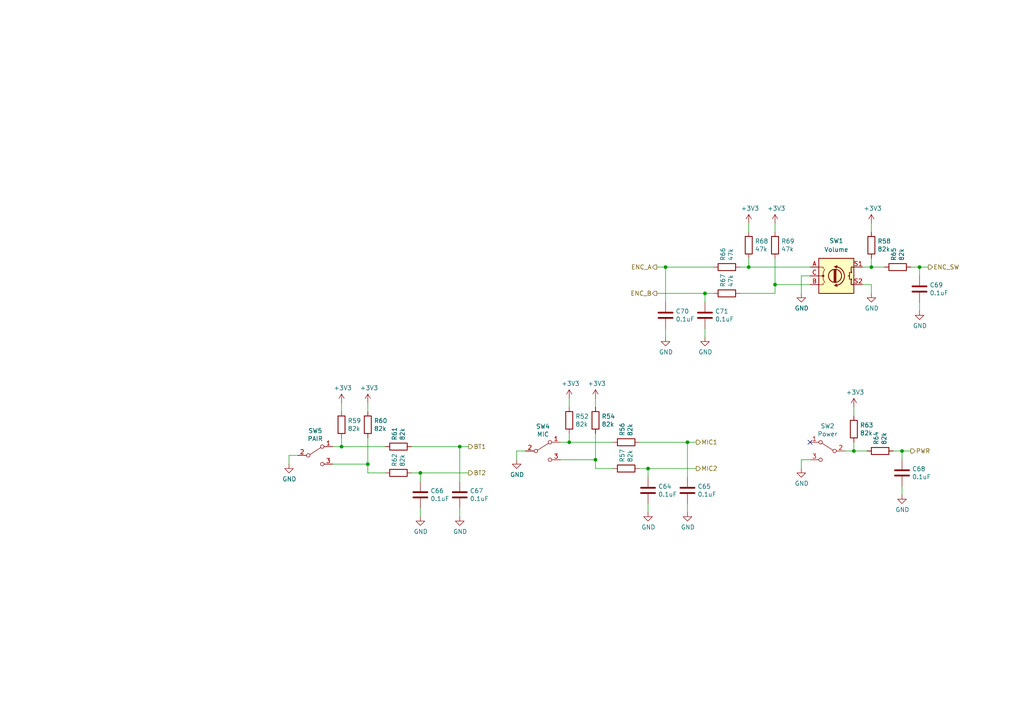
<source format=kicad_sch>
(kicad_sch (version 20210621) (generator eeschema)
  (paper "A4")
  (lib_symbols
    (symbol "Device:C" (pin_numbers hide) (pin_names (offset 0.254))
      (property "Reference" "C" (at 0.635 2.54 0))
      (property "Value" "C" (at 0.635 -2.54 0))
      (symbol "C_0_1"
        (polyline (pts (xy -2.032 -0.762) (xy 2.032 -0.762)) (stroke (width 0.508)))
        (polyline (pts (xy -2.032 0.762) (xy 2.032 0.762)) (stroke (width 0.508)))
      )
      (symbol "C_1_1"
        (pin passive line (at 0 3.81 270) (length 2.794) (name "~") (number "1"))
        (pin passive line (at 0 -3.81 90) (length 2.794) (name "~") (number "2"))
      )
    )
    (symbol "Device:R" (pin_numbers hide) (pin_names (offset 0))
      (property "Reference" "R" (at 2.032 0 90))
      (property "Value" "R" (at 0 0 90))
      (symbol "R_0_1"
        (rectangle (start -1.016 -2.54) (end 1.016 2.54) (stroke (width 0.254)))
      )
      (symbol "R_1_1"
        (pin passive line (at 0 3.81 270) (length 1.27) (name "~") (number "1"))
        (pin passive line (at 0 -3.81 90) (length 1.27) (name "~") (number "2"))
      )
    )
    (symbol "Device:RotaryEncoder_Switch" (pin_names (offset 0.254) hide)
      (property "Reference" "SW" (at 0 6.604 0))
      (property "Value" "RotaryEncoder_Switch" (at 0 -6.604 0))
      (symbol "RotaryEncoder_Switch_0_1"
        (rectangle (start -5.08 5.08) (end 5.08 -5.08) (stroke (width 0.254)) (fill (type background)))
        (circle (center -3.81 0) (radius 0.254) (fill (type outline)))
        (arc (start -0.381 -2.794) (mid 2.3622 -0.0635) (end -0.381 2.667) (stroke (width 0.254)))
        (circle (center -0.381 0) (radius 1.905) (stroke (width 0.254)) (stroke (width 0.254)))
        (polyline (pts (xy -0.635 -1.778) (xy -0.635 1.778)) (stroke (width 0.254)))
        (polyline (pts (xy -0.381 -1.778) (xy -0.381 1.778)) (stroke (width 0.254)))
        (polyline (pts (xy -0.127 1.778) (xy -0.127 -1.778)) (stroke (width 0.254)))
        (polyline (pts (xy 3.81 0) (xy 3.429 0)) (stroke (width 0.254)))
        (polyline (pts (xy 3.81 1.016) (xy 3.81 -1.016)) (stroke (width 0.254)))
        (polyline (pts (xy -5.08 -2.54) (xy -3.81 -2.54) (xy -3.81 -2.032)))
        (polyline (pts (xy -5.08 2.54) (xy -3.81 2.54) (xy -3.81 2.032)))
        (polyline (pts (xy 0.254 -3.048) (xy -0.508 -2.794) (xy 0.127 -2.413)) (stroke (width 0.254)))
        (polyline (pts (xy 0.254 2.921) (xy -0.508 2.667) (xy 0.127 2.286)) (stroke (width 0.254)))
        (polyline (pts (xy 5.08 -2.54) (xy 4.318 -2.54) (xy 4.318 -1.016)) (stroke (width 0.254)))
        (polyline (pts (xy 5.08 2.54) (xy 4.318 2.54) (xy 4.318 1.016)) (stroke (width 0.254)))
        (polyline (pts (xy -5.08 0) (xy -3.81 0) (xy -3.81 -1.016) (xy -3.302 -2.032)))
        (polyline (pts (xy -4.318 0) (xy -3.81 0) (xy -3.81 1.016) (xy -3.302 2.032)))
        (circle (center 4.318 -1.016) (radius 0.127) (stroke (width 0.254)) (stroke (width 0.254)))
        (circle (center 4.318 1.016) (radius 0.127) (stroke (width 0.254)) (stroke (width 0.254)))
      )
      (symbol "RotaryEncoder_Switch_1_1"
        (pin passive line (at -7.62 2.54 0) (length 2.54) (name "A") (number "A"))
        (pin passive line (at -7.62 -2.54 0) (length 2.54) (name "B") (number "B"))
        (pin passive line (at -7.62 0 0) (length 2.54) (name "C") (number "C"))
        (pin passive line (at 7.62 2.54 180) (length 2.54) (name "S1") (number "S1"))
        (pin passive line (at 7.62 -2.54 180) (length 2.54) (name "S2") (number "S2"))
      )
    )
    (symbol "Switch:SW_SPDT" (pin_names (offset 0) hide)
      (property "Reference" "SW" (at 0 4.318 0))
      (property "Value" "SW_SPDT" (at 0 -5.08 0))
      (symbol "SW_SPDT_0_0"
        (circle (center -2.032 0) (radius 0.508))
        (circle (center 2.032 -2.54) (radius 0.508))
      )
      (symbol "SW_SPDT_0_1"
        (polyline (pts (xy -1.524 0.254) (xy 1.651 2.286)))
        (circle (center 2.032 2.54) (radius 0.508))
      )
      (symbol "SW_SPDT_1_1"
        (pin passive line (at 5.08 2.54 180) (length 2.54) (name "A") (number "1"))
        (pin passive line (at -5.08 0 0) (length 2.54) (name "B") (number "2"))
        (pin passive line (at 5.08 -2.54 180) (length 2.54) (name "C") (number "3"))
      )
    )
    (symbol "power:+3V3" (power) (pin_names (offset 0))
      (property "Value" "+3V3" (at 0 3.556 0))
      (symbol "+3V3_0_1"
        (polyline (pts (xy -0.762 1.27) (xy 0 2.54)))
        (polyline (pts (xy 0 0) (xy 0 2.54)))
        (polyline (pts (xy 0 2.54) (xy 0.762 1.27)))
      )
      (symbol "+3V3_1_1"
        (pin power_in line (at 0 0 90) (length 0) hide (name "+3V3") (number "1"))
      )
    )
    (symbol "power:GND" (power) (pin_names (offset 0))
      (property "Value" "GND" (at 0 -3.81 0))
      (symbol "GND_0_1"
        (polyline (pts (xy 0 0) (xy 0 -1.27) (xy 1.27 -1.27) (xy 0 -2.54) (xy -1.27 -1.27) (xy 0 -1.27)))
      )
      (symbol "GND_1_1"
        (pin power_in line (at 0 0 270) (length 0) hide (name "GND") (number "1"))
      )
    )
  )
  (junction (at 99.06 129.54) (diameter 0.9144))
  (junction (at 106.68 134.62) (diameter 0.9144))
  (junction (at 121.92 137.16) (diameter 0.9144))
  (junction (at 133.35 129.54) (diameter 0.9144))
  (junction (at 165.1 128.27) (diameter 0.9144))
  (junction (at 172.72 133.35) (diameter 0.9144))
  (junction (at 187.96 135.89) (diameter 0.9144))
  (junction (at 193.04 77.47) (diameter 0.9144))
  (junction (at 199.39 128.27) (diameter 0.9144))
  (junction (at 204.47 85.09) (diameter 0.9144))
  (junction (at 217.17 77.47) (diameter 0.9144))
  (junction (at 224.79 82.55) (diameter 0.9144))
  (junction (at 247.65 130.81) (diameter 0.9144))
  (junction (at 252.73 77.47) (diameter 0.9144))
  (junction (at 261.62 130.81) (diameter 0.9144))
  (junction (at 266.7 77.47) (diameter 0.9144))
  (no_connect (at 234.95 128.27))
  (wire (pts (xy 83.82 132.08) (xy 83.82 134.62)))
  (wire (pts (xy 83.82 132.08) (xy 86.36 132.08)))
  (wire (pts (xy 96.52 129.54) (xy 99.06 129.54)))
  (wire (pts (xy 96.52 134.62) (xy 106.68 134.62)))
  (wire (pts (xy 99.06 116.84) (xy 99.06 119.38)))
  (wire (pts (xy 99.06 127) (xy 99.06 129.54)))
  (wire (pts (xy 99.06 129.54) (xy 111.76 129.54)))
  (wire (pts (xy 106.68 116.84) (xy 106.68 119.38)))
  (wire (pts (xy 106.68 134.62) (xy 106.68 127)))
  (wire (pts (xy 106.68 134.62) (xy 106.68 137.16)))
  (wire (pts (xy 106.68 137.16) (xy 111.76 137.16)))
  (wire (pts (xy 121.92 137.16) (xy 119.38 137.16)))
  (wire (pts (xy 121.92 137.16) (xy 135.89 137.16)))
  (wire (pts (xy 121.92 139.7) (xy 121.92 137.16)))
  (wire (pts (xy 121.92 147.32) (xy 121.92 149.86)))
  (wire (pts (xy 133.35 129.54) (xy 119.38 129.54)))
  (wire (pts (xy 133.35 129.54) (xy 135.89 129.54)))
  (wire (pts (xy 133.35 139.7) (xy 133.35 129.54)))
  (wire (pts (xy 133.35 147.32) (xy 133.35 149.86)))
  (wire (pts (xy 149.86 130.81) (xy 149.86 133.35)))
  (wire (pts (xy 149.86 130.81) (xy 152.4 130.81)))
  (wire (pts (xy 162.56 128.27) (xy 165.1 128.27)))
  (wire (pts (xy 162.56 133.35) (xy 172.72 133.35)))
  (wire (pts (xy 165.1 115.57) (xy 165.1 118.11)))
  (wire (pts (xy 165.1 125.73) (xy 165.1 128.27)))
  (wire (pts (xy 165.1 128.27) (xy 177.8 128.27)))
  (wire (pts (xy 172.72 115.57) (xy 172.72 118.11)))
  (wire (pts (xy 172.72 133.35) (xy 172.72 125.73)))
  (wire (pts (xy 172.72 133.35) (xy 172.72 135.89)))
  (wire (pts (xy 172.72 135.89) (xy 177.8 135.89)))
  (wire (pts (xy 187.96 135.89) (xy 185.42 135.89)))
  (wire (pts (xy 187.96 135.89) (xy 201.93 135.89)))
  (wire (pts (xy 187.96 138.43) (xy 187.96 135.89)))
  (wire (pts (xy 187.96 146.05) (xy 187.96 148.59)))
  (wire (pts (xy 190.5 77.47) (xy 193.04 77.47)))
  (wire (pts (xy 190.5 85.09) (xy 204.47 85.09)))
  (wire (pts (xy 193.04 77.47) (xy 193.04 87.63)))
  (wire (pts (xy 193.04 77.47) (xy 207.01 77.47)))
  (wire (pts (xy 193.04 95.25) (xy 193.04 97.79)))
  (wire (pts (xy 199.39 128.27) (xy 185.42 128.27)))
  (wire (pts (xy 199.39 128.27) (xy 201.93 128.27)))
  (wire (pts (xy 199.39 138.43) (xy 199.39 128.27)))
  (wire (pts (xy 199.39 146.05) (xy 199.39 148.59)))
  (wire (pts (xy 204.47 85.09) (xy 204.47 87.63)))
  (wire (pts (xy 204.47 85.09) (xy 207.01 85.09)))
  (wire (pts (xy 204.47 95.25) (xy 204.47 97.79)))
  (wire (pts (xy 214.63 77.47) (xy 217.17 77.47)))
  (wire (pts (xy 217.17 64.77) (xy 217.17 67.31)))
  (wire (pts (xy 217.17 77.47) (xy 217.17 74.93)))
  (wire (pts (xy 217.17 77.47) (xy 234.95 77.47)))
  (wire (pts (xy 224.79 64.77) (xy 224.79 67.31)))
  (wire (pts (xy 224.79 74.93) (xy 224.79 82.55)))
  (wire (pts (xy 224.79 82.55) (xy 224.79 85.09)))
  (wire (pts (xy 224.79 82.55) (xy 234.95 82.55)))
  (wire (pts (xy 224.79 85.09) (xy 214.63 85.09)))
  (wire (pts (xy 232.41 80.01) (xy 232.41 85.09)))
  (wire (pts (xy 232.41 80.01) (xy 234.95 80.01)))
  (wire (pts (xy 232.41 133.35) (xy 232.41 135.89)))
  (wire (pts (xy 232.41 133.35) (xy 234.95 133.35)))
  (wire (pts (xy 245.11 130.81) (xy 247.65 130.81)))
  (wire (pts (xy 247.65 118.11) (xy 247.65 120.65)))
  (wire (pts (xy 247.65 128.27) (xy 247.65 130.81)))
  (wire (pts (xy 247.65 130.81) (xy 251.46 130.81)))
  (wire (pts (xy 250.19 77.47) (xy 252.73 77.47)))
  (wire (pts (xy 250.19 82.55) (xy 252.73 82.55)))
  (wire (pts (xy 252.73 64.77) (xy 252.73 67.31)))
  (wire (pts (xy 252.73 74.93) (xy 252.73 77.47)))
  (wire (pts (xy 252.73 77.47) (xy 256.54 77.47)))
  (wire (pts (xy 252.73 82.55) (xy 252.73 85.09)))
  (wire (pts (xy 261.62 130.81) (xy 259.08 130.81)))
  (wire (pts (xy 261.62 130.81) (xy 264.16 130.81)))
  (wire (pts (xy 261.62 133.35) (xy 261.62 130.81)))
  (wire (pts (xy 261.62 140.97) (xy 261.62 143.51)))
  (wire (pts (xy 266.7 77.47) (xy 264.16 77.47)))
  (wire (pts (xy 266.7 77.47) (xy 269.24 77.47)))
  (wire (pts (xy 266.7 80.01) (xy 266.7 77.47)))
  (wire (pts (xy 266.7 87.63) (xy 266.7 90.17)))
  (hierarchical_label "BT1" (shape output) (at 135.89 129.54 0))
  (hierarchical_label "BT2" (shape output) (at 135.89 137.16 0))
  (hierarchical_label "ENC_A" (shape output) (at 190.5 77.47 180))
  (hierarchical_label "ENC_B" (shape output) (at 190.5 85.09 180))
  (hierarchical_label "MIC1" (shape output) (at 201.93 128.27 0))
  (hierarchical_label "MIC2" (shape output) (at 201.93 135.89 0))
  (hierarchical_label "PWR" (shape output) (at 264.16 130.81 0))
  (hierarchical_label "ENC_SW" (shape output) (at 269.24 77.47 0))
  (symbol (lib_id "power:+3V3") (at 99.06 116.84 0) (unit 1)
    (property "Reference" "#PWR0203" (effects hide))
    (property "Value" "+3V3" (at 99.4283 112.5156 0))
  )
  (symbol (lib_id "power:+3V3") (at 106.68 116.84 0) (unit 1)
    (property "Reference" "#PWR0202" (effects hide))
    (property "Value" "+3V3" (at 107.0483 112.5156 0))
  )
  (symbol (lib_id "power:+3V3") (at 165.1 115.57 0) (unit 1)
    (property "Reference" "#PWR0195" (effects hide))
    (property "Value" "+3V3" (at 165.4683 111.2456 0))
  )
  (symbol (lib_id "power:+3V3") (at 172.72 115.57 0) (unit 1)
    (property "Reference" "#PWR0196" (effects hide))
    (property "Value" "+3V3" (at 173.0883 111.2456 0))
  )
  (symbol (lib_id "power:+3V3") (at 217.17 64.77 0) (unit 1)
    (property "Reference" "#PWR0210" (effects hide))
    (property "Value" "+3V3" (at 217.5383 60.4456 0))
  )
  (symbol (lib_id "power:+3V3") (at 224.79 64.77 0) (unit 1)
    (property "Reference" "#PWR0211" (effects hide))
    (property "Value" "+3V3" (at 225.1583 60.4456 0))
  )
  (symbol (lib_id "power:+3V3") (at 247.65 118.11 0) (unit 1)
    (property "Reference" "#PWR0206" (effects hide))
    (property "Value" "+3V3" (at 248.0183 113.7856 0))
  )
  (symbol (lib_id "power:+3V3") (at 252.73 64.77 0) (unit 1)
    (property "Reference" "#PWR0207" (effects hide))
    (property "Value" "+3V3" (at 253.0983 60.4456 0))
  )
  (symbol (lib_id "power:GND") (at 83.82 134.62 0) (unit 1)
    (property "Reference" "#PWR0178" (effects hide))
    (property "Value" "GND" (at 83.9343 138.9444 0))
  )
  (symbol (lib_id "power:GND") (at 121.92 149.86 0) (unit 1)
    (property "Reference" "#PWR0197" (effects hide))
    (property "Value" "GND" (at 122.0343 154.1844 0))
  )
  (symbol (lib_id "power:GND") (at 133.35 149.86 0) (unit 1)
    (property "Reference" "#PWR0201" (effects hide))
    (property "Value" "GND" (at 133.4643 154.1844 0))
  )
  (symbol (lib_id "power:GND") (at 149.86 133.35 0) (unit 1)
    (property "Reference" "#PWR0162" (effects hide))
    (property "Value" "GND" (at 149.9743 137.6744 0))
  )
  (symbol (lib_id "power:GND") (at 187.96 148.59 0) (unit 1)
    (property "Reference" "#PWR0199" (effects hide))
    (property "Value" "GND" (at 188.0743 152.9144 0))
  )
  (symbol (lib_id "power:GND") (at 193.04 97.79 0) (unit 1)
    (property "Reference" "#PWR0213" (effects hide))
    (property "Value" "GND" (at 193.1543 102.1144 0))
  )
  (symbol (lib_id "power:GND") (at 199.39 148.59 0) (unit 1)
    (property "Reference" "#PWR0200" (effects hide))
    (property "Value" "GND" (at 199.5043 152.9144 0))
  )
  (symbol (lib_id "power:GND") (at 204.47 97.79 0) (unit 1)
    (property "Reference" "#PWR0212" (effects hide))
    (property "Value" "GND" (at 204.5843 102.1144 0))
  )
  (symbol (lib_id "power:GND") (at 232.41 85.09 0) (unit 1)
    (property "Reference" "#PWR0198" (effects hide))
    (property "Value" "GND" (at 232.5243 89.4144 0))
  )
  (symbol (lib_id "power:GND") (at 232.41 135.89 0) (unit 1)
    (property "Reference" "#PWR0204" (effects hide))
    (property "Value" "GND" (at 232.5243 140.2144 0))
  )
  (symbol (lib_id "power:GND") (at 252.73 85.09 0) (unit 1)
    (property "Reference" "#PWR0208" (effects hide))
    (property "Value" "GND" (at 252.8443 89.4144 0))
  )
  (symbol (lib_id "power:GND") (at 261.62 143.51 0) (unit 1)
    (property "Reference" "#PWR0205" (effects hide))
    (property "Value" "GND" (at 261.7343 147.8344 0))
  )
  (symbol (lib_id "power:GND") (at 266.7 90.17 0) (unit 1)
    (property "Reference" "#PWR0209" (effects hide))
    (property "Value" "GND" (at 266.8143 94.4944 0))
  )
  (symbol (lib_id "Device:R") (at 99.06 123.19 0) (unit 1)
    (property "Reference" "R59" (at 100.8381 122.0406 0) (effects (justify left)))
    (property "Value" "82k" (at 100.838 124.339 0) (effects (justify left)))
    (property "Footprint" "Resistor_SMD:R_0603_1608Metric" (effects hide))
  )
  (symbol (lib_id "Device:R") (at 106.68 123.19 0) (unit 1)
    (property "Reference" "R60" (at 108.4581 122.0406 0) (effects (justify left)))
    (property "Value" "82k" (at 108.458 124.339 0) (effects (justify left)))
    (property "Footprint" "Resistor_SMD:R_0603_1608Metric" (effects hide))
  )
  (symbol (lib_id "Device:R") (at 115.57 129.54 90) (unit 1)
    (property "Reference" "R61" (at 114.4206 127.7619 0) (effects (justify left)))
    (property "Value" "82k" (at 116.719 127.762 0) (effects (justify left)))
    (property "Footprint" "Resistor_SMD:R_0603_1608Metric" (effects hide))
  )
  (symbol (lib_id "Device:R") (at 115.57 137.16 90) (unit 1)
    (property "Reference" "R62" (at 114.4206 135.3819 0) (effects (justify left)))
    (property "Value" "82k" (at 116.719 135.382 0) (effects (justify left)))
    (property "Footprint" "Resistor_SMD:R_0603_1608Metric" (effects hide))
  )
  (symbol (lib_id "Device:R") (at 165.1 121.92 0) (unit 1)
    (property "Reference" "R52" (at 166.8781 120.7706 0) (effects (justify left)))
    (property "Value" "82k" (at 166.878 123.069 0) (effects (justify left)))
    (property "Footprint" "Resistor_SMD:R_0603_1608Metric" (effects hide))
  )
  (symbol (lib_id "Device:R") (at 172.72 121.92 0) (unit 1)
    (property "Reference" "R54" (at 174.4981 120.7706 0) (effects (justify left)))
    (property "Value" "82k" (at 174.498 123.069 0) (effects (justify left)))
    (property "Footprint" "Resistor_SMD:R_0603_1608Metric" (effects hide))
  )
  (symbol (lib_id "Device:R") (at 181.61 128.27 90) (unit 1)
    (property "Reference" "R56" (at 180.4606 126.4919 0) (effects (justify left)))
    (property "Value" "82k" (at 182.759 126.492 0) (effects (justify left)))
    (property "Footprint" "Resistor_SMD:R_0603_1608Metric" (effects hide))
  )
  (symbol (lib_id "Device:R") (at 181.61 135.89 90) (unit 1)
    (property "Reference" "R57" (at 180.4606 134.1119 0) (effects (justify left)))
    (property "Value" "82k" (at 182.759 134.112 0) (effects (justify left)))
    (property "Footprint" "Resistor_SMD:R_0603_1608Metric" (effects hide))
  )
  (symbol (lib_id "Device:R") (at 210.82 77.47 90) (unit 1)
    (property "Reference" "R66" (at 209.6706 75.6919 0) (effects (justify left)))
    (property "Value" "47k" (at 211.969 75.692 0) (effects (justify left)))
    (property "Footprint" "Resistor_SMD:R_0603_1608Metric" (effects hide))
  )
  (symbol (lib_id "Device:R") (at 210.82 85.09 90) (unit 1)
    (property "Reference" "R67" (at 209.6706 83.3119 0) (effects (justify left)))
    (property "Value" "47k" (at 211.969 83.312 0) (effects (justify left)))
    (property "Footprint" "Resistor_SMD:R_0603_1608Metric" (effects hide))
  )
  (symbol (lib_id "Device:R") (at 217.17 71.12 0) (unit 1)
    (property "Reference" "R68" (at 218.9481 69.9706 0) (effects (justify left)))
    (property "Value" "47k" (at 218.948 72.269 0) (effects (justify left)))
    (property "Footprint" "Resistor_SMD:R_0603_1608Metric" (effects hide))
  )
  (symbol (lib_id "Device:R") (at 224.79 71.12 0) (unit 1)
    (property "Reference" "R69" (at 226.5681 69.9706 0) (effects (justify left)))
    (property "Value" "47k" (at 226.568 72.269 0) (effects (justify left)))
    (property "Footprint" "Resistor_SMD:R_0603_1608Metric" (effects hide))
  )
  (symbol (lib_id "Device:R") (at 247.65 124.46 0) (unit 1)
    (property "Reference" "R63" (at 249.4281 123.3106 0) (effects (justify left)))
    (property "Value" "82k" (at 249.428 125.609 0) (effects (justify left)))
    (property "Footprint" "Resistor_SMD:R_0603_1608Metric" (effects hide))
  )
  (symbol (lib_id "Device:R") (at 252.73 71.12 0) (unit 1)
    (property "Reference" "R58" (at 254.5081 69.9706 0) (effects (justify left)))
    (property "Value" "82k" (at 254.508 72.269 0) (effects (justify left)))
    (property "Footprint" "Resistor_SMD:R_0603_1608Metric" (effects hide))
  )
  (symbol (lib_id "Device:R") (at 255.27 130.81 90) (unit 1)
    (property "Reference" "R64" (at 254.1206 129.0319 0) (effects (justify left)))
    (property "Value" "82k" (at 256.419 129.032 0) (effects (justify left)))
    (property "Footprint" "Resistor_SMD:R_0603_1608Metric" (effects hide))
  )
  (symbol (lib_id "Device:R") (at 260.35 77.47 90) (unit 1)
    (property "Reference" "R65" (at 259.2006 75.6919 0) (effects (justify left)))
    (property "Value" "82k" (at 261.499 75.692 0) (effects (justify left)))
    (property "Footprint" "Resistor_SMD:R_0603_1608Metric" (effects hide))
  )
  (symbol (lib_id "Device:C") (at 121.92 143.51 0) (unit 1)
    (property "Reference" "C66" (at 124.8411 142.3606 0) (effects (justify left)))
    (property "Value" "0.1uF" (at 124.841 144.659 0) (effects (justify left)))
    (property "Footprint" "Capacitor_SMD:C_0603_1608Metric" (effects hide))
    (property "Mouser" "581-06033C104KAT4A" (effects hide))
    (property "Part Name" "AVX 06033C104KAT4A" (effects hide))
  )
  (symbol (lib_id "Device:C") (at 133.35 143.51 0) (unit 1)
    (property "Reference" "C67" (at 136.2711 142.3606 0) (effects (justify left)))
    (property "Value" "0.1uF" (at 136.271 144.659 0) (effects (justify left)))
    (property "Footprint" "Capacitor_SMD:C_0603_1608Metric" (effects hide))
    (property "Mouser" "581-06033C104KAT4A" (effects hide))
    (property "Part Name" "AVX 06033C104KAT4A" (effects hide))
  )
  (symbol (lib_id "Device:C") (at 187.96 142.24 0) (unit 1)
    (property "Reference" "C64" (at 190.8811 141.0906 0) (effects (justify left)))
    (property "Value" "0.1uF" (at 190.881 143.389 0) (effects (justify left)))
    (property "Footprint" "Capacitor_SMD:C_0603_1608Metric" (effects hide))
    (property "Mouser" "581-06033C104KAT4A" (effects hide))
    (property "Part Name" "AVX 06033C104KAT4A" (effects hide))
  )
  (symbol (lib_id "Device:C") (at 193.04 91.44 0) (unit 1)
    (property "Reference" "C70" (at 195.9611 90.2906 0) (effects (justify left)))
    (property "Value" "0.1uF" (at 195.961 92.589 0) (effects (justify left)))
    (property "Footprint" "Capacitor_SMD:C_0603_1608Metric" (effects hide))
    (property "Mouser" "581-06033C104KAT4A" (effects hide))
    (property "Part Name" "AVX 06033C104KAT4A" (effects hide))
  )
  (symbol (lib_id "Device:C") (at 199.39 142.24 0) (unit 1)
    (property "Reference" "C65" (at 202.3111 141.0906 0) (effects (justify left)))
    (property "Value" "0.1uF" (at 202.311 143.389 0) (effects (justify left)))
    (property "Footprint" "Capacitor_SMD:C_0603_1608Metric" (effects hide))
    (property "Mouser" "581-06033C104KAT4A" (effects hide))
    (property "Part Name" "AVX 06033C104KAT4A" (effects hide))
  )
  (symbol (lib_id "Device:C") (at 204.47 91.44 0) (unit 1)
    (property "Reference" "C71" (at 207.3911 90.2906 0) (effects (justify left)))
    (property "Value" "0.1uF" (at 207.391 92.589 0) (effects (justify left)))
    (property "Footprint" "Capacitor_SMD:C_0603_1608Metric" (effects hide))
    (property "Mouser" "581-06033C104KAT4A" (effects hide))
    (property "Part Name" "AVX 06033C104KAT4A" (effects hide))
  )
  (symbol (lib_id "Device:C") (at 261.62 137.16 0) (unit 1)
    (property "Reference" "C68" (at 264.5411 136.0106 0) (effects (justify left)))
    (property "Value" "0.1uF" (at 264.541 138.309 0) (effects (justify left)))
    (property "Footprint" "Capacitor_SMD:C_0603_1608Metric" (effects hide))
    (property "Mouser" "581-06033C104KAT4A" (effects hide))
    (property "Part Name" "AVX 06033C104KAT4A" (effects hide))
  )
  (symbol (lib_id "Device:C") (at 266.7 83.82 0) (unit 1)
    (property "Reference" "C69" (at 269.6211 82.6706 0) (effects (justify left)))
    (property "Value" "0.1uF" (at 269.621 84.969 0) (effects (justify left)))
    (property "Footprint" "Capacitor_SMD:C_0603_1608Metric" (effects hide))
    (property "Mouser" "581-06033C104KAT4A" (effects hide))
    (property "Part Name" "AVX 06033C104KAT4A" (effects hide))
  )
  (symbol (lib_id "Switch:SW_SPDT") (at 91.44 132.08 0) (unit 1)
    (property "Reference" "SW5" (at 91.44 124.9488 0))
    (property "Value" "PAIR" (at 91.44 127.247 0))
    (property "Footprint" "HackAmp-Footprints:SW_Lever_1P2T_E-Switch_SP1T2B4M7QE" (effects hide))
    (property "Part Name" "E-Switch 100SP5T2B4M7RE" (effects hide))
    (property "Mouser" "612-100SP5T2B4M7R" (effects hide))
  )
  (symbol (lib_id "Switch:SW_SPDT") (at 157.48 130.81 0) (unit 1)
    (property "Reference" "SW4" (at 157.48 123.6788 0))
    (property "Value" "MIC" (at 157.48 125.977 0))
    (property "Footprint" "HackAmp-Footprints:SW_Lever_1P2T_E-Switch_SP1T2B4M7QE" (effects hide))
    (property "Part Name" "E-Switch 100SP5T2B4M7RE" (effects hide))
    (property "Mouser" "612-100SP5T2B4M7R" (effects hide))
  )
  (symbol (lib_id "Switch:SW_SPDT") (at 240.03 130.81 0) (mirror y) (unit 1)
    (property "Reference" "SW2" (at 240.03 123.571 0))
    (property "Value" "Power" (at 240.03 125.8824 0))
    (property "Footprint" "HackAmp-Footprints:SW_Lever_1P2T_E-Switch_SP1T2B4M7QE" (effects hide))
    (property "Part Name" "E-Switch 100SP1T2B4M7RE" (effects hide))
    (property "Mouser" "612-100-A2472" (effects hide))
  )
  (symbol (lib_id "Device:RotaryEncoder_Switch") (at 242.57 80.01 0) (unit 1)
    (property "Reference" "SW1" (at 242.57 69.85 0))
    (property "Value" "Volume" (at 242.57 72.39 0))
    (property "Footprint" "HackAmp-Footprints:RotaryEncoder_TTElectronics_EN12-VS_Vertical_L17.5mm" (effects hide))
    (property "Part Name" "TT Electronics EN12-VS11AF18" (effects hide))
    (property "Mouser" "858-EN12-VS11AF18" (effects hide))
  )
)
</source>
